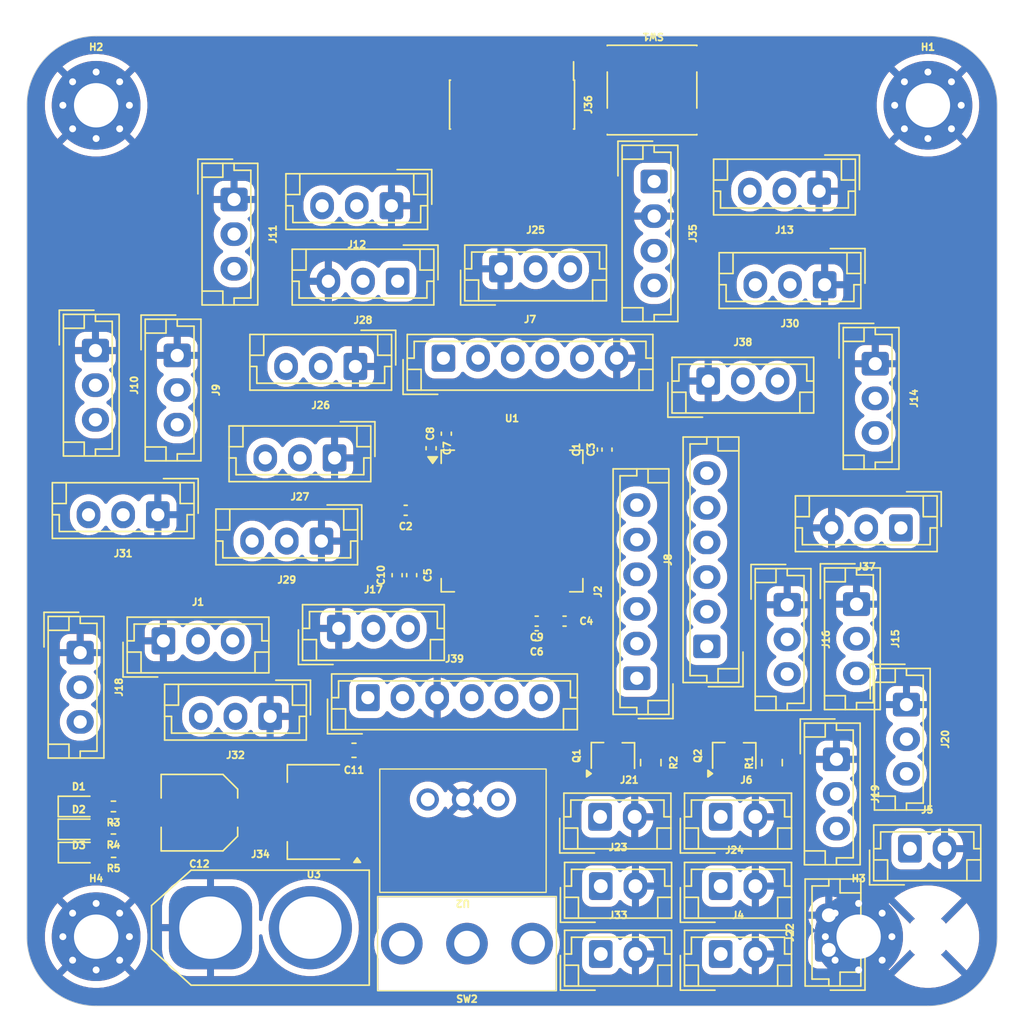
<source format=kicad_pcb>
(kicad_pcb (version 20241229) (generator "pcbnew") (generator_version "9.0")
  (layers (0 "F.Cu" signal) (4 "In1.Cu" signal) (6 "In2.Cu" signal) (2 "B.Cu" signal) (13 "F.Paste" user) (15 "B.Paste" user) (5 "F.SilkS" user "F.Silkscreen") (7 "B.SilkS" user "B.Silkscreen") (1 "F.Mask" user) (3 "B.Mask" user) (25 "Edge.Cuts" user))
  (net 0 "")
  (net 1 "+3.3V")
  (net 2 "SWDIO")
  (net 3 "UART_DEBUG_TX")
  (net 4 "NRST")
  (net 5 "SWCLK")
  (net 6 "GND")
  (net 7 "UART_DEBUG_RX")
  (net 8 "USART3_TX")
  (net 9 "USART3_RX")
  (net 10 "USART1_RX")
  (net 11 "USART1_TX")
  (net 12 "TIM1_CH1_PWM")
  (net 13 "TIM1_CH2_PWM")
  (net 14 "TIM1_CH3_PWM")
  (net 15 "TIM1_CH4_PWM")
  (net 16 "TIM2_CH1_PWM")
  (net 17 "TIM2_CH2_PWM")
  (net 18 "TIM2_CH3_PWM")
  (net 19 "TIM2_CH4_PWM")
  (net 20 "TIM3_CH1_PWM")
  (net 21 "TIM3_CH2_PWM")
  (net 22 "GPIO_WaterSensor_2")
  (net 23 "GPIO_WaterSensor_3")
  (net 24 "GPIO_WaterSensor_1")
  (net 25 "TIM4_CH4_PWM")
  (net 26 "TIM5_CH1_PWM")
  (net 27 "TIM5_CH2_PWM")
  (net 28 "GPIO_BTN_5")
  (net 29 "GPIO_BTN_2")
  (net 30 "GPIO_BTN_3")
  (net 31 "GPIO_BTN_6")
  (net 32 "GPIO_BTN_4")
  (net 33 "GPIO_BTN_1")
  (net 34 "TIM4_CH1_PWM")
  (net 35 "TIM4_CH2_PWM")
  (net 36 "GPIO_PH")
  (net 37 "TIM3_CH3_PWM")
  (net 38 "TIM3_CH4_PWM")
  (net 39 "TIM5_CH3_PWM")
  (net 40 "TIM5_CH4_PWM")
  (net 41 "GPIO_PUMP_2")
  (net 42 "GPIO_PUMP_1")
  (net 44 "Net-(Q1-B)")
  (net 45 "Net-(Q2-B)")
  (net 46 "Net-(D1-A)")
  (net 47 "Net-(D2-A)")
  (net 48 "Net-(D3-A)")
  (net 49 "SPI2_SCK")
  (net 50 "SPI2_MOSI")
  (net 52 "GPIO_RES")
  (net 53 "GPIO_D{slash}C")
  (net 54 "GPIO_SPI_CS_6")
  (net 55 "GPIO_SPI_CS_1")
  (net 56 "GPIO_SPI_CS_3")
  (net 57 "GPIO_SPI_CS_4")
  (net 58 "GPIO_SPI_CS_2")
  (net 59 "GPIO_SPI_CS_5")
  (net 60 "Net-(J34-Pin_2)")
  (net 68 "+5V")
  (net 69 "+12V")
  (footprint "Capacitor_SMD:C_0402_1005Metric" (layer "F.Cu") (at 156.65 93.55 90)
    (property "Reference" "C1" (at 0 -1.16 90) (layer "F.SilkS") (effects (font (size 0.5 0.5) (thickness 0.125))))
    (property "Value" "4u7")
    (pad "1" smd roundrect (at -0.48 0 90) (size 0.56 0.62) (layers "F.Cu" "F.Mask" "F.Paste") (net 1 "+3.3V"))
    (pad "2" smd roundrect (at 0.48 0 90) (size 0.56 0.62) (layers "F.Cu" "F.Mask" "F.Paste") (net 6 "GND"))
  )
  (footprint "Package_TO_SOT_SMD:TSOT-23" (layer "F.Cu") (at 166.8575 115.65 90)
    (property "Reference" "Q2" (at 0 -2.6 90) (layer "F.SilkS") (effects (font (size 0.5 0.5) (thickness 0.125))))
    (property "Value" "NPN")
    (pad "1" smd roundrect (at -1.31 -0.95 90) (size 1.22 0.65) (layers "F.Cu" "F.Mask" "F.Paste") (net 69 "+12V"))
    (pad "2" smd roundrect (at -1.31 0.95 90) (size 1.22 0.65) (layers "F.Cu" "F.Mask" "F.Paste") (net 45 "Net-(Q2-B)"))
    (pad "3" smd roundrect (at 1.31 0 90) (size 1.22 0.65) (layers "F.Cu" "F.Mask" "F.Paste") (net 6 "GND"))
  )
  (footprint "Connector_JST:JST_EH_B3B-EH-A_1x03_P2.50mm_Vertical" (layer "F.Cu") (at 142.15 75.95 180)
    (property "Reference" "J12" (at 2.5 -2.8 0) (layer "F.SilkS") (effects (font (size 0.5 0.5) (thickness 0.125))))
    (property "Value" "Conn_01x03")
    (pad "1" thru_hole roundrect (at 0 0 180) (size 1.7 1.95) (drill 0.95) (layers "*.Cu" "*.Mask") (roundrect_rratio 0.147059) (net 6 "GND"))
    (pad "2" thru_hole oval (at 2.5 0 180) (size 1.7 1.95) (drill 0.95) (layers "*.Cu" "*.Mask") (net 68 "+5V"))
    (pad "3" thru_hole oval (at 5 0 180) (size 1.7 1.95) (drill 0.95) (layers "*.Cu" "*.Mask") (net 14 "TIM1_CH3_PWM"))
  )
  (footprint "Resistor_SMD:R_0805_2012Metric" (layer "F.Cu") (at 169.6075 116.1375 90)
    (property "Reference" "R1" (at 0 -1.65 90) (layer "F.SilkS") (effects (font (size 0.5 0.5) (thickness 0.125))))
    (property "Value" "240")
    (pad "1" smd roundrect (at -0.9125 0 90) (size 1.025 1.4) (layers "F.Cu" "F.Mask" "F.Paste") (roundrect_rratio 0.243902) (net 41 "GPIO_PUMP_2"))
    (pad "2" smd roundrect (at 0.9125 0 90) (size 1.025 1.4) (layers "F.Cu" "F.Mask" "F.Paste") (roundrect_rratio 0.243902) (net 45 "Net-(Q2-B)"))
  )
  (footprint "Connector_JST:JST_EH_B2B-EH-A_1x02_P2.50mm_Vertical" (layer "F.Cu") (at 179.55 122.35)
    (property "Reference" "J5" (at 1.25 -2.8 0) (layer "F.SilkS") (effects (font (size 0.5 0.5) (thickness 0.125))))
    (property "Value" "Conn_01x02")
    (pad "1" thru_hole roundrect (at 0 0) (size 1.7 2) (drill 1) (layers "*.Cu" "*.Mask") (roundrect_rratio 0.147059) (net 69 "+12V"))
    (pad "2" thru_hole oval (at 2.5 0) (size 1.7 2) (drill 1) (layers "*.Cu" "*.Mask") (net 6 "GND"))
  )
  (footprint "Connector_JST:JST_EH_B3B-EH-A_1x03_P2.50mm_Vertical" (layer "F.Cu") (at 139.55 87.55 180)
    (property "Reference" "J26" (at 2.5 -2.8 0) (layer "F.SilkS") (effects (font (size 0.5 0.5) (thickness 0.125))))
    (property "Value" "Conn_01x03")
    (pad "1" thru_hole roundrect (at 0 0 180) (size 1.7 1.95) (drill 0.95) (layers "*.Cu" "*.Mask") (roundrect_rratio 0.147059) (net 6 "GND"))
    (pad "2" thru_hole oval (at 2.5 0 180) (size 1.7 1.95) (drill 0.95) (layers "*.Cu" "*.Mask") (net 1 "+3.3V"))
    (pad "3" thru_hole oval (at 5 0 180) (size 1.7 1.95) (drill 0.95) (layers "*.Cu" "*.Mask") (net 22 "GPIO_WaterSensor_2"))
  )
  (footprint "Package_TO_SOT_SMD:SOT-223-3_TabPin2" (layer "F.Cu") (at 136.55 119.7 180)
    (property "Reference" "U3" (at 0 -4.5 0) (layer "F.SilkS") (effects (font (size 0.5 0.5) (thickness 0.125))))
    (property "Value" "AZ1117-3.3")
    (pad "1" smd roundrect (at -3.15 -2.3 180) (size 2 1.5) (layers "F.Cu" "F.Mask" "F.Paste") (net 6 "GND"))
    (pad "2" smd roundrect (at -3.15 0 180) (size 2 1.5) (layers "F.Cu" "F.Mask" "F.Paste") (net 1 "+3.3V"))
    (pad "2" smd roundrect (at 3.15 0 180) (size 2 3.8) (layers "F.Cu" "F.Mask" "F.Paste") (net 1 "+3.3V"))
    (pad "3" smd roundrect (at -3.15 2.3 180) (size 2 1.5) (layers "F.Cu" "F.Mask" "F.Paste") (net 68 "+5V"))
  )
  (footprint "Connector_JST:JST_EH_B3B-EH-A_1x03_P2.50mm_Vertical" (layer "F.Cu") (at 178.9 99.2 180)
    (property "Reference" "J37" (at 2.5 -2.8 0) (layer "F.SilkS") (effects (font (size 0.5 0.5) (thickness 0.125))))
    (property "Value" "Conn_01x03")
    (pad "1" thru_hole roundrect (at 0 0 180) (size 1.7 1.95) (drill 0.95) (layers "*.Cu" "*.Mask") (roundrect_rratio 0.147059) (net 68 "+5V"))
    (pad "2" thru_hole oval (at 2.5 0 180) (size 1.7 1.95) (drill 0.95) (layers "*.Cu" "*.Mask") (net 34 "TIM4_CH1_PWM"))
    (pad "3" thru_hole oval (at 5 0 180) (size 1.7 1.95) (drill 0.95) (layers "*.Cu" "*.Mask") (net 6 "GND"))
  )
  (footprint "Capacitor_SMD:C_0603_1608Metric" (layer "F.Cu") (at 139.45 115.25 180)
    (property "Reference" "C11" (at 0 -1.43 0) (layer "F.SilkS") (effects (font (size 0.5 0.5) (thickness 0.125))))
    (property "Value" "10u")
    (pad "1" smd roundrect (at -0.775 0 180) (size 0.9 0.95) (layers "F.Cu" "F.Mask" "F.Paste") (net 68 "+5V"))
    (pad "2" smd roundrect (at 0.775 0 180) (size 0.9 0.95) (layers "F.Cu" "F.Mask" "F.Paste") (net 6 "GND"))
  )
  (footprint "Connector_JST:JST_EH_B3B-EH-A_1x03_P2.50mm_Vertical" (layer "F.Cu") (at 179.3 111.95 -90)
    (property "Reference" "J20" (at 2.5 -2.8 90) (layer "F.SilkS") (effects (font (size 0.5 0.5) (thickness 0.125))))
    (property "Value" "Conn_01x03")
    (pad "1" thru_hole roundrect (at 0 0 270) (size 1.7 1.95) (drill 0.95) (layers "*.Cu" "*.Mask") (roundrect_rratio 0.147059) (net 6 "GND"))
    (pad "2" thru_hole oval (at 2.5 0 270) (size 1.7 1.95) (drill 0.95) (layers "*.Cu" "*.Mask") (net 68 "+5V"))
    (pad "3" thru_hole oval (at 5 0 270) (size 1.7 1.95) (drill 0.95) (layers "*.Cu" "*.Mask") (net 38 "TIM3_CH4_PWM"))
  )
  (footprint "Connector_JST:JST_EH_B6B-EH-A_1x06_P2.50mm_Vertical" (layer "F.Cu") (at 159.85 110.05 90)
    (property "Reference" "J2" (at 6.25 -2.8 90) (layer "F.SilkS") (effects (font (size 0.5 0.5) (thickness 0.125))))
    (property "Value" "Conn_01x06")
    (pad "1" thru_hole roundrect (at 0 0 90) (size 1.7 1.95) (drill 0.95) (layers "*.Cu" "*.Mask") (roundrect_rratio 0.147059) (net 33 "GPIO_BTN_1"))
    (pad "2" thru_hole oval (at 2.5 0 90) (size 1.7 1.95) (drill 0.95) (layers "*.Cu" "*.Mask") (net 29 "GPIO_BTN_2"))
    (pad "3" thru_hole oval (at 5 0 90) (size 1.7 1.95) (drill 0.95) (layers "*.Cu" "*.Mask") (net 30 "GPIO_BTN_3"))
    (pad "4" thru_hole oval (at 7.5 0 90) (size 1.7 1.95) (drill 0.95) (layers "*.Cu" "*.Mask") (net 32 "GPIO_BTN_4"))
    (pad "5" thru_hole oval (at 10 0 90) (size 1.7 1.95) (drill 0.95) (layers "*.Cu" "*.Mask") (net 28 "GPIO_BTN_5"))
    (pad "6" thru_hole oval (at 12.5 0 90) (size 1.7 1.95) (drill 0.95) (layers "*.Cu" "*.Mask") (net 31 "GPIO_BTN_6"))
  )
  (footprint "Connector_JST:JST_EH_B3B-EH-A_1x03_P2.50mm_Vertical" (layer "F.Cu") (at 133.4 112.8 180)
    (property "Reference" "J32" (at 2.5 -2.8 0) (layer "F.SilkS") (effects (font (size 0.5 0.5) (thickness 0.125))))
    (property "Value" "Conn_01x03")
    (pad "1" thru_hole roundrect (at 0 0 180) (size 1.7 1.95) (drill 0.95) (layers "*.Cu" "*.Mask") (roundrect_rratio 0.147059) (net 6 "GND"))
    (pad "2" thru_hole oval (at 2.5 0 180) (size 1.7 1.95) (drill 0.95) (layers "*.Cu" "*.Mask") (net 68 "+5V"))
    (pad "3" thru_hole oval (at 5 0 180) (size 1.7 1.95) (drill 0.95) (layers "*.Cu" "*.Mask") (net 40 "TIM5_CH4_PWM"))
  )
  (footprint "LED_SMD:LED_0603_1608Metric" (layer "F.Cu") (at 119.6 120.95)
    (property "Reference" "D2" (at 0 -1.43 0) (layer "F.SilkS") (effects (font (size 0.5 0.5) (thickness 0.125))))
    (property "Value" "RED_LED")
    (pad "1" smd roundrect (at -0.7875 0) (size 0.875 0.95) (layers "F.Cu" "F.Mask" "F.Paste") (net 6 "GND"))
    (pad "2" smd roundrect (at 0.7875 0) (size 0.875 0.95) (layers "F.Cu" "F.Mask" "F.Paste") (net 47 "Net-(D2-A)"))
  )
  (footprint "Connector_JST:JST_EH_B3B-EH-A_1x03_P2.50mm_Vertical" (layer "F.Cu") (at 165 88.6)
    (property "Reference" "J38" (at 2.5 -2.8 0) (layer "F.SilkS") (effects (font (size 0.5 0.5) (thickness 0.125))))
    (property "Value" "Conn_01x03")
    (pad "1" thru_hole roundrect (at 0 0) (size 1.7 1.95) (drill 0.95) (layers "*.Cu" "*.Mask") (roundrect_rratio 0.147059) (net 6 "GND"))
    (pad "2" thru_hole oval (at 2.5 0) (size 1.7 1.95) (drill 0.95) (layers "*.Cu" "*.Mask") (net 68 "+5V"))
    (pad "3" thru_hole oval (at 5 0) (size 1.7 1.95) (drill 0.95) (layers "*.Cu" "*.Mask") (net 35 "TIM4_CH2_PWM"))
  )
  (footprint "Connector_JST:JST_EH_B3B-EH-A_1x03_P2.50mm_Vertical" (layer "F.Cu") (at 173.4 81.65 180)
    (property "Reference" "J30" (at 2.5 -2.8 0) (layer "F.SilkS") (effects (font (size 0.5 0.5) (thickness 0.125))))
    (property "Value" "Conn_01x03")
    (pad "1" thru_hole roundrect (at 0 0 180) (size 1.7 1.95) (drill 0.95) (layers "*.Cu" "*.Mask") (roundrect_rratio 0.147059) (net 6 "GND"))
    (pad "2" thru_hole oval (at 2.5 0 180) (size 1.7 1.95) (drill 0.95) (layers "*.Cu" "*.Mask") (net 68 "+5V"))
    (pad "3" thru_hole oval (at 5 0 180) (size 1.7 1.95) (drill 0.95) (layers "*.Cu" "*.Mask") (net 27 "TIM5_CH2_PWM"))
  )
  (footprint "MountingHole:MountingHole_3.2mm_M3_Pad_Via" (layer "F.Cu") (at 120.85 128.7)
    (property "Reference" "H4" (at 0 -4.2 0) (layer "F.SilkS") (effects (font (size 0.5 0.5) (thickness 0.125))))
    (property "Value" "MountingHole_Pad")
    (pad "1" thru_hole circle (at -2.4 0) (size 0.8 0.8) (drill 0.5) (layers "*.Cu" "*.Mask") (net 6 "GND"))
    (pad "1" thru_hole circle (at -1.697056 -1.697056) (size 0.8 0.8) (drill 0.5) (layers "*.Cu" "*.Mask") (net 6 "GND"))
    (pad "1" thru_hole circle (at -1.697056 1.697056) (size 0.8 0.8) (drill 0.5) (layers "*.Cu" "*.Mask") (net 6 "GND"))
    (pad "1" thru_hole circle (at 0 -2.4) (size 0.8 0.8) (drill 0.5) (layers "*.Cu" "*.Mask") (net 6 "GND"))
    (pad "1" thru_hole circle (at 0 0) (size 6.4 6.4) (drill 3.2) (layers "*.Cu" "*.Mask") (net 6 "GND"))
    (pad "1" thru_hole circle (at 0 2.4) (size 0.8 0.8) (drill 0.5) (layers "*.Cu" "*.Mask") (net 6 "GND"))
    (pad "1" thru_hole circle (at 1.697056 -1.697056) (size 0.8 0.8) (drill 0.5) (layers "*.Cu" "*.Mask") (net 6 "GND"))
    (pad "1" thru_hole circle (at 1.697056 1.697056) (size 0.8 0.8) (drill 0.5) (layers "*.Cu" "*.Mask") (net 6 "GND"))
    (pad "1" thru_hole circle (at 2.4 0) (size 0.8 0.8) (drill 0.5) (layers "*.Cu" "*.Mask") (net 6 "GND"))
  )
  (footprint "Connector_JST:JST_EH_B3B-EH-A_1x03_P2.50mm_Vertical" (layer "F.Cu") (at 125.3 98.25 180)
    (property "Reference" "J31" (at 2.5 -2.8 0) (layer "F.SilkS") (effects (font (size 0.5 0.5) (thickness 0.125))))
    (property "Value" "Conn_01x03")
    (pad "1" thru_hole roundrect (at 0 0 180) (size 1.7 1.95) (drill 0.95) (layers "*.Cu" "*.Mask") (roundrect_rratio 0.147059) (net 6 "GND"))
    (pad "2" thru_hole oval (at 2.5 0 180) (size 1.7 1.95) (drill 0.95) (layers "*.Cu" "*.Mask") (net 68 "+5V"))
    (pad "3" thru_hole oval (at 5 0 180) (size 1.7 1.95) (drill 0.95) (layers "*.Cu" "*.Mask") (net 39 "TIM5_CH3_PWM"))
  )
  (footprint "Connector_JST:JST_EH_B3B-EH-A_1x03_P2.50mm_Vertical" (layer "F.Cu") (at 120.8 86.4 -90)
    (property "Reference" "J10" (at 2.5 -2.8 90) (layer "F.SilkS") (effects (font (size 0.5 0.5) (thickness 0.125))))
    (property "Value" "Conn_01x03")
    (pad "1" thru_hole roundrect (at 0 0 270) (size 1.7 1.95) (drill 0.95) (layers "*.Cu" "*.Mask") (roundrect_rratio 0.147059) (net 6 "GND"))
    (pad "2" thru_hole oval (at 2.5 0 270) (size 1.7 1.95) (drill 0.95) (layers "*.Cu" "*.Mask") (net 68 "+5V"))
    (pad "3" thru_hole oval (at 5 0 270) (size 1.7 1.95) (drill 0.95) (layers "*.Cu" "*.Mask") (net 12 "TIM1_CH1_PWM"))
  )
  (footprint "Connector_JST:JST_EH_B3B-EH-A_1x03_P2.50mm_Vertical" (layer "F.Cu") (at 175.7 104.7 -90)
    (property "Reference" "J15" (at 2.5 -2.8 90) (layer "F.SilkS") (effects (font (size 0.5 0.5) (thickness 0.125))))
    (property "Value" "Conn_01x03")
    (pad "1" thru_hole roundrect (at 0 0 270) (size 1.7 1.95) (drill 0.95) (layers "*.Cu" "*.Mask") (roundrect_rratio 0.147059) (net 6 "GND"))
    (pad "2" thru_hole oval (at 2.5 0 270) (size 1.7 1.95) (drill 0.95) (layers "*.Cu" "*.Mask") (net 68 "+5V"))
    (pad "3" thru_hole oval (at 5 0 270) (size 1.7 1.95) (drill 0.95) (layers "*.Cu" "*.Mask") (net 18 "TIM2_CH3_PWM"))
  )
  (footprint "Connector_PinHeader_1.27mm:PinHeader_2x07_P1.27mm_Vertical_SMD" (layer "F.Cu") (at 150.85 68.65 -90)
    (property "Reference" "J36" (at 0 -5.505 90) (layer "F.SilkS") (effects (font (size 0.5 0.5) (thickness 0.125))))
    (property "Value" "Conn_ST_STDC14")
    (pad "1" smd rect (at -1.95 -3.81 270) (size 2.4 0.74) (layers "F.Cu" "F.Mask" "F.Paste"))
    (pad "2" smd rect (at 1.95 -3.81 270) (size 2.4 0.74) (layers "F.Cu" "F.Mask" "F.Paste"))
    (pad "3" smd rect (at -1.95 -2.54 270) (size 2.4 0.74) (layers "F.Cu" "F.Mask" "F.Paste") (net 1 "+3.3V"))
    (pad "4" smd rect (at 1.95 -2.54 270) (size 2.4 0.74) (layers "F.Cu" "F.Mask" "F.Paste") (net 2 "SWDIO"))
    (pad "5" smd rect (at -1.95 -1.27 270) (size 2.4 0.74) (layers "F.Cu" "F.Mask" "F.Paste") (net 6 "GND"))
    (pad "6" smd rect (at 1.95 -1.27 270) (size 2.4 0.74) (layers "F.Cu" "F.Mask" "F.Paste") (net 5 "SWCLK"))
    (pad "7" smd rect (at -1.95 0 270) (size 2.4 0.74) (layers "F.Cu" "F.Mask" "F.Paste") (net 6 "GND"))
    (pad "8" smd rect (at 1.95 0 270) (size 2.4 0.74) (layers "F.Cu" "F.Mask" "F.Paste"))
    (pad "9" smd rect (at -1.95 1.27 270) (size 2.4 0.74) (layers "F.Cu" "F.Mask" "F.Paste"))
    (pad "10" smd rect (at 1.95 1.27 270) (size 2.4 0.74) (layers "F.Cu" "F.Mask" "F.Paste"))
    (pad "11" smd rect (at -1.95 2.54 270) (size 2.4 0.74) (layers "F.Cu" "F.Mask" "F.Paste") (net 6 "GND"))
    (pad "12" smd rect (at 1.95 2.54 270) (size 2.4 0.74) (layers "F.Cu" "F.Mask" "F.Paste") (net 4 "NRST"))
    (pad "13" smd rect (at -1.95 3.81 270) (size 2.4 0.74) (layers "F.Cu" "F.Mask" "F.Paste") (net 7 "UART_DEBUG_RX"))
    (pad "14" smd rect (at 1.95 3.81 270) (size 2.4 0.74) (layers "F.Cu" "F.Mask" "F.Paste") (net 3 "UART_DEBUG_TX"))
  )
  (footprint "Connector_JST:JST_EH_B2B-EH-A_1x02_P2.50mm_Vertical" (layer "F.Cu") (at 157.2 120.05)
    (property "Reference" "J21" (at 2.1075 -2.66 0) (layer "F.SilkS") (effects (font (size 0.5 0.5) (thickness 0.125))))
    (property "Value" "Conn_01x02")
    (pad "1" thru_hole roundrect (at 0 0) (size 1.7 2) (drill 1) (layers "*.Cu" "*.Mask") (roundrect_rratio 0.147059) (net 69 "+12V"))
    (pad "2" thru_hole oval (at 2.5 0) (size 1.7 2) (drill 1) (layers "*.Cu" "*.Mask") (net 6 "GND"))
  )
  (footprint "Capacitor_SMD:C_0402_1005Metric" (layer "F.Cu") (at 154.64 105.93 180)
    (property "Reference" "C4" (at -1.57 0 0) (layer "F.SilkS") (effects (font (size 0.5 0.5) (thickness 0.125))))
    (property "Value" "100n")
    (pad "1" smd roundrect (at -0.48 0 180) (size 0.56 0.62) (layers "F.Cu" "F.Mask" "F.Paste") (net 1 "+3.3V"))
    (pad "2" smd roundrect (at 0.48 0 180) (size 0.56 0.62) (layers "F.Cu" "F.Mask" "F.Paste") (net 6 "GND"))
  )
  (footprint "Connector_JST:JST_EH_B3B-EH-A_1x03_P2.50mm_Vertical" (layer "F.Cu") (at 177.05 87.35 -90)
    (property "Reference" "J14" (at 2.5 -2.8 90) (layer "F.SilkS") (effects (font (size 0.5 0.5) (thickness 0.125))))
    (property "Value" "Conn_01x03")
    (pad "1" thru_hole roundrect (at 0 0 270) (size 1.7 1.95) (drill 0.95) (layers "*.Cu" "*.Mask") (roundrect_rratio 0.147059) (net 6 "GND"))
    (pad "2" thru_hole oval (at 2.5 0 270) (size 1.7 1.95) (drill 0.95) (layers "*.Cu" "*.Mask") (net 68 "+5V"))
    (pad "3" thru_hole oval (at 5 0 270) (size 1.7 1.95) (drill 0.95) (layers "*.Cu" "*.Mask") (net 17 "TIM2_CH2_PWM"))
  )
  (footprint "Connector_JST:JST_EH_B3B-EH-A_1x03_P2.50mm_Vertical" (layer "F.Cu") (at 119.7 108.2 -90)
    (property "Reference" "J18" (at 2.5 -2.8 90) (layer "F.SilkS") (effects (font (size 0.5 0.5) (thickness 0.125))))
    (property "Value" "Conn_01x03")
    (pad "1" thru_hole roundrect (at 0 0 270) (size 1.7 1.95) (drill 0.95) (layers "*.Cu" "*.Mask") (roundrect_rratio 0.147059) (net 6 "GND"))
    (pad "2" thru_hole oval (at 2.5 0 270) (size 1.7 1.95) (drill 0.95) (layers "*.Cu" "*.Mask") (net 68 "+5V"))
    (pad "3" thru_hole oval (at 5 0 270) (size 1.7 1.95) (drill 0.95) (layers "*.Cu" "*.Mask") (net 21 "TIM3_CH2_PWM"))
  )
  (footprint "Connector_JST:JST_EH_B3B-EH-A_1x03_P2.50mm_Vertical" (layer "F.Cu") (at 137.1 100.15 180)
    (property "Reference" "J29" (at 2.5 -2.8 0) (layer "F.SilkS") (effects (font (size 0.5 0.5) (thickness 0.125))))
    (property "Value" "Conn_01x03")
    (pad "1" thru_hole roundrect (at 0 0 180) (size 1.7 1.95) (drill 0.95) (layers "*.Cu" "*.Mask") (roundrect_rratio 0.147059) (net 6 "GND"))
    (pad "2" thru_hole oval (at 2.5 0 180) (size 1.7 1.95) (drill 0.95) (layers "*.Cu" "*.Mask") (net 68 "+5V"))
    (pad "3" thru_hole oval (at 5 0 180) (size 1.7 1.95) (drill 0.95) (layers "*.Cu" "*.Mask") (net 26 "TIM5_CH1_PWM"))
  )
  (footprint "Connector_JST:JST_EH_B2B-EH-A_1x02_P2.50mm_Vertical" (layer "F.Cu") (at 157.25 125.05)
    (property "Reference" "J23" (at 1.25 -2.8 0) (layer "F.SilkS") (effects (font (size 0.5 0.5) (thickness 0.125))))
    (property "Value" "Conn_01x02")
    (pad "1" thru_hole roundrect (at 0 0) (size 1.7 2) (drill 1) (layers "*.Cu" "*.Mask") (roundrect_rratio 0.147059) (net 69 "+12V"))
    (pad "2" thru_hole oval (at 2.5 0) (size 1.7 2) (drill 1) (layers "*.Cu" "*.Mask") (net 6 "GND"))
  )
  (footprint "Capacitor_SMD:C_0402_1005Metric" (layer "F.Cu") (at 146.11 92.4 90)
    (property "Reference" "C8" (at 0 -1.16 90) (layer "F.SilkS") (effects (font (size 0.5 0.5) (thickness 0.125))))
    (property "Value" "100n")
    (pad "1" smd roundrect (at -0.48 0 90) (size 0.56 0.62) (layers "F.Cu" "F.Mask" "F.Paste") (net 1 "+3.3V"))
    (pad "2" smd roundrect (at 0.48 0 90) (size 0.56 0.62) (layers "F.Cu" "F.Mask" "F.Paste") (net 6 "GND"))
  )
  (footprint "Capacitor_SMD:C_0402_1005Metric" (layer "F.Cu") (at 152.63 106.98 180)
    (property "Reference" "C6" (at 0 -1.16 0) (layer "F.SilkS") (effects (font (size 0.5 0.5) (thickness 0.125))))
    (property "Value" "100n")
    (pad "1" smd roundrect (at -0.48 0 180) (size 0.56 0.62) (layers "F.Cu" "F.Mask" "F.Paste") (net 1 "+3.3V"))
    (pad "2" smd roundrect (at 0.48 0 180) (size 0.56 0.62) (layers "F.Cu" "F.Mask" "F.Paste") (net 6 "GND"))
  )
  (footprint "Resistor_SMD:R_0402_1005Metric" (layer "F.Cu") (at 122.0975 119.3 180)
    (property "Reference" "R3" (at 0 -1.17 0) (layer "F.SilkS") (effects (font (size 0.5 0.5) (thickness 0.125))))
    (property "Value" "5k1")
    (pad "1" smd roundrect (at -0.51 0 180) (size 0.54 0.64) (layers "F.Cu" "F.Mask" "F.Paste") (net 69 "+12V"))
    (pad "2" smd roundrect (at 0.51 0 180) (size 0.54 0.64) (layers "F.Cu" "F.Mask" "F.Paste") (net 46 "Net-(D1-A)"))
  )
  (footprint "Connector_JST:JST_EH_B2B-EH-A_1x02_P2.50mm_Vertical" (layer "F.Cu") (at 165.9 120.05)
    (property "Reference" "J6" (at 1.8575 -2.66 0) (layer "F.SilkS") (effects (font (size 0.5 0.5) (thickness 0.125))))
    (property "Value" "Conn_01x02")
    (pad "1" thru_hole roundrect (at 0 0) (size 1.7 2) (drill 1) (layers "*.Cu" "*.Mask") (roundrect_rratio 0.147059) (net 69 "+12V"))
    (pad "2" thru_hole oval (at 2.5 0) (size 1.7 2) (drill 1) (layers "*.Cu" "*.Mask") (net 6 "GND"))
  )
  (footprint "MountingHole:MountingHole_3.2mm_M3_Pad_Via" (layer "F.Cu") (at 120.85 68.7)
    (property "Reference" "H2" (at 0 -4.2 0) (layer "F.SilkS") (effects (font (size 0.5 0.5) (thickness 0.125))))
    (property "Value" "MountingHole_Pad")
    (pad "1" thru_hole circle (at -2.4 0) (size 0.8 0.8) (drill 0.5) (layers "*.Cu" "*.Mask") (net 6 "GND"))
    (pad "1" thru_hole circle (at -1.697056 -1.697056) (size 0.8 0.8) (drill 0.5) (layers "*.Cu" "*.Mask") (net 6 "GND"))
    (pad "1" thru_hole circle (at -1.697056 1.697056) (size 0.8 0.8) (drill 0.5) (layers "*.Cu" "*.Mask") (net 6 "GND"))
    (pad "1" thru_hole circle (at 0 -2.4) (size 0.8 0.8) (drill 0.5) (layers "*.Cu" "*.Mask") (net 6 "GND"))
    (pad "1" thru_hole circle (at 0 0) (size 6.4 6.4) (drill 3.2) (layers "*.Cu" "*.Mask") (net 6 "GND"))
    (pad "1" thru_hole circle (at 0 2.4) (size 0.8 0.8) (drill 0.5) (layers "*.Cu" "*.Mask") (net 6 "GND"))
    (pad "1" thru_hole circle (at 1.697056 -1.697056) (size 0.8 0.8) (drill 0.5) (layers "*.Cu" "*.Mask") (net 6 "GND"))
    (pad "1" thru_hole circle (at 1.697056 1.697056) (size 0.8 0.8) (drill 0.5) (layers "*.Cu" "*.Mask") (net 6 "GND"))
    (pad "1" thru_hole circle (at 2.4 0) (size 0.8 0.8) (drill 0.5) (layers "*.Cu" "*.Mask") (net 6 "GND"))
  )
  (footprint "Resistor_SMD:R_0402_1005Metric" (layer "F.Cu") (at 122.0975 120.91 180)
    (property "Reference" "R4" (at 0 -1.17 0) (layer "F.SilkS") (effects (font (size 0.5 0.5) (thickness 0.125))))
    (property "Value" "1k6")
    (pad "1" smd roundrect (at -0.51 0 180) (size 0.54 0.64) (layers "F.Cu" "F.Mask" "F.Paste") (net 68 "+5V"))
    (pad "2" smd roundrect (at 0.51 0 180) (size 0.54 0.64) (layers "F.Cu" "F.Mask" "F.Paste") (net 47 "Net-(D2-A)"))
  )
  (footprint "Connector_JST:JST_EH_B2B-EH-A_1x02_P2.50mm_Vertical" (layer "F.Cu") (at 157.25 129.95)
    (property "Reference" "J33" (at 1.25 -2.8 0) (layer "F.SilkS") (effects (font (size 0.5 0.5) (thickness 0.125))))
    (property "Value" "Conn_01x02")
    (pad "1" thru_hole roundrect (at 0 0) (size 1.7 2) (drill 1) (layers "*.Cu" "*.Mask") (roundrect_rratio 0.147059) (net 69 "+12V"))
    (pad "2" thru_hole oval (at 2.5 0) (size 1.7 2) (drill 1) (layers "*.Cu" "*.Mask") (net 6 "GND"))
  )
  (footprint "LED_SMD:LED_0603_1608Metric" (layer "F.Cu") (at 119.6 119.3)
    (property "Reference" "D1" (at 0 -1.43 0) (layer "F.SilkS") (effects (font (size 0.5 0.5) (thickness 0.125))))
    (property "Value" "RED_LED")
    (pad "1" smd roundrect (at -0.7875 0) (size 0.875 0.95) (layers "F.Cu" "F.Mask" "F.Paste") (net 6 "GND"))
    (pad "2" smd roundrect (at 0.7875 0) (size 0.875 0.95) (layers "F.Cu" "F.Mask" "F.Paste") (net 46 "Net-(D1-A)"))
  )
  (footprint "mylib:SW_Push_1P1T_NO_6x6mm_H9.5mm" (layer "F.Cu") (at 160.95 67.65 180)
    (property "Reference" "SW1" (at -0.075 3.9 180) (layer "F.SilkS") (effects (font (size 0.5 0.5) (thickness 0.125))))
    (property "Value" "SW_SPST")
    (pad "1" smd rect (at -3.975 -2.2 180) (size 1.55 1.3) (layers "F.Cu" "F.Mask" "F.Paste") (net 4 "NRST"))
    (pad "1" smd rect (at 3.975 -2.2 180) (size 1.55 1.3) (layers "F.Cu" "F.Mask" "F.Paste") (net 4 "NRST"))
    (pad "2" smd rect (at -3.975 2.3 180) (size 1.55 1.3) (layers "F.Cu" "F.Mask" "F.Paste") (net 6 "GND"))
    (pad "2" smd rect (at 3.975 2.3 180) (size 1.55 1.3) (layers "F.Cu" "F.Mask" "F.Paste") (net 6 "GND"))
  )
  (footprint "mylib:472123010111" (layer "F.Cu") (at 147.6 129.2 180)
    (property "Reference" "SW2" (at 0 -4 0) (layer "F.SilkS") (effects (font (size 0.5 0.5) (thickness 0.125))))
    (property "Value" "SW_SPDT")
    (pad "1" thru_hole circle (at -4.7 0 180) (size 3 3) (drill 1.85) (layers "*.Cu" "*.Mask") (net 69 "+12V"))
    (pad "2" thru_hole circle (at 0 0 180) (size 3 3) (drill 1.85) (layers "*.Cu" "*.Mask") (net 60 "Net-(J34-Pin_2)"))
    (pad "3" thru_hole circle (at 4.7 0 180) (size 3 3) (drill 1.85) (layers "*.Cu" "*.Mask"))
  )
  (footprint "Connector_JST:JST_EH_B3B-EH-A_1x03_P2.50mm_Vertical" (layer "F.Cu") (at 170.7 104.75 -90)
    (property "Reference" "J16" (at 2.5 -2.8 90) (layer "F.SilkS") (effects (font (size 0.5 0.5) (thickness 0.125))))
    (property "Value" "Conn_01x03")
    (pad "1" thru_hole roundrect (at 0 0 270) (size 1.7 1.95) (drill 0.95) (layers "*.Cu" "*.Mask") (roundrect_rratio 0.147059) (net 6 "GND"))
    (pad "2" thru_hole oval (at 2.5 0 270) (size 1.7 1.95) (drill 0.95) (layers "*.Cu" "*.Mask") (net 68 "+5V"))
    (pad "3" thru_hole oval (at 5 0 270) (size 1.7 1.95) (drill 0.95) (layers "*.Cu" "*.Mask") (net 19 "TIM2_CH4_PWM"))
  )
  (footprint "Connector_JST:JST_EH_B3B-EH-A_1x03_P2.50mm_Vertical" (layer "F.Cu") (at 130.8 75.5 -90)
    (property "Reference" "J11" (at 2.5 -2.8 90) (layer "F.SilkS") (effects (font (size 0.5 0.5) (thickness 0.125))))
    (property "Value" "Conn_01x03")
    (pad "1" thru_hole roundrect (at 0 0 270) (size 1.7 1.95) (drill 0.95) (layers "*.Cu" "*.Mask") (roundrect_rratio 0.147059) (net 6 "GND"))
    (pad "2" thru_hole oval (at 2.5 0 270) (size 1.7 1.95) (drill 0.95) (layers "*.Cu" "*.Mask") (net 68 "+5V"))
    (pad "3" thru_hole oval (at 5 0 270) (size 1.7 1.95) (drill 0.95) (layers "*.Cu" "*.Mask") (net 13 "TIM1_CH2_PWM"))
  )
  (footprint "Connector_JST:JST_EH_B3B-EH-A_1x03_P2.50mm_Vertical" (layer "F.Cu") (at 174.25 115.9 -90)
    (property "Reference" "J19" (at 2.5 -2.8 90) (layer "F.SilkS") (effects (font (size 0.5 0.5) (thickness 0.125))))
    (property "Value" "Conn_01x03")
    (pad "1" thru_hole roundrect (at 0 0 270) (size 1.7 1.95) (drill 0.95) (layers "*.Cu" "*.Mask") (roundrect_rratio 0.147059) (net 6 "GND"))
    (pad "2" thru_hole oval (at 2.5 0 270) (size 1.7 1.95) (drill 0.95) (layers "*.Cu" "*.Mask") (net 68 "+5V"))
    (pad "3" thru_hole oval (at 5 0 270) (size 1.7 1.95) (drill 0.95) (layers "*.Cu" "*.Mask") (net 37 "TIM3_CH3_PWM"))
  )
  (footprint "Connector_JST:JST_EH_B6B-EH-A_1x06_P2.50mm_Vertical" (layer "F.Cu") (at 140.45 111.45)
    (property "Reference" "J39" (at 6.25 -2.8 0) (layer "F.SilkS") (effects (font (size 0.5 0.5) (thickness 0.125))))
    (property "Value" "Conn_01x06")
    (pad "1" thru_hole roundrect (at 0 0) (size 1.7 1.95) (drill 0.95) (layers "*.Cu" "*.Mask") (roundrect_rratio 0.147059))
    (pad "2" thru_hole oval (at 2.5 0) (size 1.7 1.95) (drill 0.95) (layers "*.Cu" "*.Mask") (net 68 "+5V"))
    (pad "3" thru_hole oval (at 5 0) (size 1.7 1.95) (drill 0.95) (layers "*.Cu" "*.Mask") (net 6 "GND"))
    (pad "4" thru_hole oval (at 7.5 0) (size 1.7 1.95) (drill 0.95) (layers "*.Cu" "*.Mask") (net 11 "USART1_TX"))
    (pad "5" thru_hole oval (at 10 0) (size 1.7 1.95) (drill 0.95) (layers "*.Cu" "*.Mask") (net 10 "USART1_RX"))
    (pad "6" thru_hole oval (at 12.5 0) (size 1.7 1.95) (drill 0.95) (layers "*.Cu" "*.Mask"))
  )
  (footprint "Capacitor_SMD:C_0402_1005Metric" (layer "F.Cu") (at 142.56 102.61 90)
    (property "Reference" "C10" (at 0 -1.16 90) (layer "F.SilkS") (effects (font (size 0.5 0.5) (thickness 0.125))))
    (property "Value" "1u")
    (pad "1" smd roundrect (at -0.48 0 90) (size 0.56 0.62) (layers "F.Cu" "F.Mask" "F.Paste") (net 1 "+3.3V"))
    (pad "2" smd roundrect (at 0.48 0 90) (size 0.56 0.62) (layers "F.Cu" "F.Mask" "F.Paste") (net 6 "GND"))
  )
  (footprint "Connector_JST:JST_EH_B6B-EH-A_1x06_P2.50mm_Vertical" (layer "F.Cu") (at 145.9 86.95)
    (property "Reference" "J7" (at 6.25 -2.8 0) (layer "F.SilkS") (effects (font (size 0.5 0.5) (thickness 0.125))))
    (property "Value" "Conn_01x06")
    (pad "1" thru_hole roundrect (at 0 0) (size 1.7 1.95) (drill 0.95) (layers "*.Cu" "*.Mask") (roundrect_rratio 0.147059) (net 53 "GPIO_D{slash}C"))
    (pad "2" thru_hole oval (at 2.5 0) (size 1.7 1.95) (drill 0.95) (layers "*.Cu" "*.Mask") (net 52 "GPIO_RES"))
    (pad "3" thru_hole oval (at 5 0) (size 1.7 1.95) (drill 0.95) (layers "*.Cu" "*.Mask") (net 50 "SPI2_MOSI"))
    (pad "4" thru_hole oval (at 7.5 0) (size 1.7 1.95) (drill 0.95) (layers "*.Cu" "*.Mask") (net 49 "SPI2_SCK"))
    (pad "5" thru_hole oval (at 10 0) (size 1.7 1.95) (drill 0.95) (layers "*.Cu" "*.Mask") (net 1 "+3.3V"))
    (pad "6" thru_hole oval (at 12.5 0) (size 1.7 1.95) (drill 0.95) (layers "*.Cu" "*.Mask") (net 6 "GND"))
  )
  (footprint "Resistor_SMD:R_0805_2012Metric" (layer "F.Cu") (at 160.8575 116.1375 -90)
    (property "Reference" "R2" (at 0 -1.65 90) (layer "F.SilkS") (effects (font (size 0.5 0.5) (thickness 0.125))))
    (property "Value" "240")
    (pad "1" smd roundrect (at -0.9125 0 270) (size 1.025 1.4) (layers "F.Cu" "F.Mask" "F.Paste") (roundrect_rratio 0.243902) (net 42 "GPIO_PUMP_1"))
    (pad "2" smd roundrect (at 0.9125 0 270) (size 1.025 1.4) (layers "F.Cu" "F.Mask" "F.Paste") (roundrect_rratio 0.243902) (net 44 "Net-(Q1-B)"))
  )
  (footprint "Connector_JST:JST_EH_B4B-EH-A_1x04_P2.50mm_Vertical" (layer "F.Cu") (at 161.1 74.2 -90)
    (property "Reference" "J35" (at 3.75 -2.8 90) (layer "F.SilkS") (effects (font (size 0.5 0.5) (thickness 0.125))))
    (property "Value" "Conn_01x04")
    (pad "1" thru_hole roundrect (at 0 0 270) (size 1.7 1.95) (drill 0.95) (layers "*.Cu" "*.Mask") (roundrect_rratio 0.147059) (net 68 "+5V"))
    (pad "2" thru_hole oval (at 2.5 0 270) (size 1.7 1.95) (drill 0.95) (layers "*.Cu" "*.Mask") (net 6 "GND"))
    (pad "3" thru_hole oval (at 5 0 270) (size 1.7 1.95) (drill 0.95) (layers "*.Cu" "*.Mask") (net 8 "USART3_TX"))
    (pad "4" thru_hole oval (at 7.5 0 270) (size 1.7 1.95) (drill 0.95) (layers "*.Cu" "*.Mask") (net 9 "USART3_RX"))
  )
  (footprint "Connector_JST:JST_EH_B3B-EH-A_1x03_P2.50mm_Vertical" (layer "F.Cu") (at 150.05 80.5)
    (property "Reference" "J25" (at 2.5 -2.8 0) (layer "F.SilkS") (effects (font (size 0.5 0.5) (thickness 0.125))))
    (property "Value" "Conn_01x03")
    (pad "1" thru_hole roundrect (at 0 0) (size 1.7 1.95) (drill 0.95) (layers "*.Cu" "*.Mask") (roundrect_rratio 0.147059) (net 6 "GND"))
    (pad "2" thru_hole oval (at 2.5 0) (size 1.7 1.95) (drill 0.95) (layers "*.Cu" "*.Mask") (net 1 "+3.3V"))
    (pad "3" thru_hole oval (at 5 0) (size 1.7 1.95) (drill 0.95) (layers "*.Cu" "*.Mask") (net 24 "GPIO_WaterSensor_1"))
  )
  (footprint "MountingHole:MountingHole_3.2mm_M3_Pad_Via" (layer "F.Cu") (at 180.85 68.7)
    (property "Reference" "H1" (at 0 -4.2 0) (layer "F.SilkS") (effects (font (size 0.5 0.5) (thickness 0.125))))
    (property "Value" "MountingHole_Pad")
    (pad "1" thru_hole circle (at -2.4 0) (size 0.8 0.8) (drill 0.5) (layers "*.Cu" "*.Mask") (net 6 "GND"))
    (pad "1" thru_hole circle (at -1.697056 -1.697056) (size 0.8 0.8) (drill 0.5) (layers "*.Cu" "*.Mask") (net 6 "GND"))
    (pad "1" thru_hole circle (at -1.697056 1.697056) (size 0.8 0.8) (drill 0.5) (layers "*.Cu" "*.Mask") (net 6 "GND"))
    (pad "1" thru_hole circle (at 0 -2.4) (size 0.8 0.8) (drill 0.5) (layers "*.Cu" "*.Mask") (net 6 "GND"))
    (pad "1" thru_hole circle (at 0 0) (size 6.4 6.4) (drill 3.2) (layers "*.Cu" "*.Mask") (net 6 "GND"))
    (pad "1" thru_hole circle (at 0 2.4) (size 0.8 0.8) (drill 0.5) (layers "*.Cu" "*.Mask") (net 6 "GND"))
    (pad "1" thru_hole circle (at 1.697056 -1.697056) (size 0.8 0.8) (drill 0.5) (layers "*.Cu" "*.Mask") (net 6 "GND"))
    (pad "1" thru_hole circle (at 1.697056 1.697056) (size 0.8 0.8) (drill 0.5) (layers "*.Cu" "*.Mask") (net 6 "GND"))
    (pad "1" thru_hole circle (at 2.4 0) (size 0.8 0.8) (drill 0.5) (layers "*.Cu" "*.Mask") (net 6 "GND"))
  )
  (footprint "Connector_AMASS:AMASS_XT60-M_1x02_P7.20mm_Vertical" (layer "F.Cu") (at 129.1 128.05)
    (property "Reference" "J34" (at 3.6 -5.3 180) (layer "F.SilkS") (effects (font (size 0.5 0.5) (thickness 0.125))))
    (property "Value" "Conn_01x02")
    (pad "1" thru_hole roundrect (at 0 0) (size 6 6) (drill 4.5) (layers "*.Cu" "*.Mask") (net 6 "GND"))
    (pad "2" thru_hole circle (at 7.2 0) (size 6 6) (drill 4.5) (layers "*.Cu" "*.Mask") (net 60 "Net-(J34-Pin_2)"))
  )
  (footprint "Package_TO_SOT_SMD:TSOT-23" (layer "F.Cu") (at 158.1075 115.65 90)
    (property "Reference" "Q1" (at 0 -2.6 90) (layer "F.SilkS") (effects (font (size 0.5 0.5) (thickness 0.125))))
    (property "Value" "NPN")
    (pad "1" smd roundrect (at -1.31 -0.95 90) (size 1.22 0.65) (layers "F.Cu" "F.Mask" "F.Paste") (net 69 "+12V"))
    (pad "2" smd roundrect (at -1.31 0.95 90) (size 1.22 0.65) (layers "F.Cu" "F.Mask" "F.Paste") (net 44 "Net-(Q1-B)"))
    (pad "3" smd roundrect (at 1.31 0 90) (size 1.22 0.65) (layers "F.Cu" "F.Mask" "F.Paste") (net 6 "GND"))
  )
  (footprint "Connector_JST:JST_EH_B3B-EH-A_1x03_P2.50mm_Vertical" (layer "F.Cu") (at 142.6 81.4 180)
    (property "Reference" "J28" (at 2.5 -2.8 0) (layer "F.SilkS") (effects (font (size 0.5 0.5) (thickness 0.125))))
    (property "Value" "Conn_01x03")
    (pad "1" thru_hole roundrect (at 0 0 180) (size 1.7 1.95) (drill 0.95) (layers "*.Cu" "*.Mask") (roundrect_rratio 0.147059) (net 68 "+5V"))
    (pad "2" thru_hole oval (at 2.5 0 180) (size 1.7 1.95) (drill 0.95) (layers "*.Cu" "*.Mask") (net 25 "TIM4_CH4_PWM"))
    (pad "3" thru_hole oval (at 5 0 180) (size 1.7 1.95) (drill 0.95) (layers "*.Cu" "*.Mask") (net 6 "GND"))
  )
  (footprint "Capacitor_SMD:C_0402_1005Metric" (layer "F.Cu") (at 152.63 105.93 180)
    (property "Reference" "C9" (at 0 -1.16 0) (layer "F.SilkS") (effects (font (size 0.5 0.5) (thickness 0.125))))
    (property "Value" "10n")
    (pad "1" smd roundrect (at -0.48 0 180) (size 0.56 0.62) (layers "F.Cu" "F.Mask" "F.Paste") (net 1 "+3.3V"))
    (pad "2" smd roundrect (at 0.48 0 180) (size 0.56 0.62) (layers "F.Cu" "F.Mask" "F.Paste") (net 6 "GND"))
  )
  (footprint "Package_QFP:LQFP-64_10x10mm_P0.5mm" (layer "F.Cu") (at 150.85 98.7)
    (property "Reference" "U1" (at 0 -7.4 0) (layer "F.SilkS") (effects (font (size 0.5 0.5) (thickness 0.125))))
    (property "Value" "STM32G474RETx")
    (pad "1" smd roundrect (at -5.675 -3.75) (size 1.55 0.3) (layers "F.Cu" "F.Mask" "F.Paste") (net 1 "+3.3V"))
    (pad "2" smd roundrect (at -5.675 -3.25) (size 1.55 0.3) (layers "F.Cu" "F.Mask" "F.Paste") (net 36 "GPIO_PH"))
    (pad "3" smd roundrect (at -5.675 -2.75) (size 1.55 0.3) (layers "F.Cu" "F.Mask" "F.Paste") (net 53 "GPIO_D{slash}C"))
    (pad "4" smd roundrect (at -5.675 -2.25) (size 1.55 0.3) (layers "F.Cu" "F.Mask" "F.Paste") (net 52 "GPIO_RES"))
    (pad "5" smd roundrect (at -5.675 -1.75) (size 1.55 0.3) (layers "F.Cu" "F.Mask" "F.Paste"))
    (pad "6" smd roundrect (at -5.675 -1.25) (size 1.55 0.3) (layers "F.Cu" "F.Mask" "F.Paste") (net 54 "GPIO_SPI_CS_6"))
    (pad "7" smd roundrect (at -5.675 -0.75) (size 1.55 0.3) (layers "F.Cu" "F.Mask" "F.Paste") (net 4 "NRST"))
    (pad "8" smd roundrect (at -5.675 -0.25) (size 1.55 0.3) (layers "F.Cu" "F.Mask" "F.Paste") (net 12 "TIM1_CH1_PWM"))
    (pad "9" smd roundrect (at -5.675 0.25) (size 1.55 0.3) (layers "F.Cu" "F.Mask" "F.Paste") (net 13 "TIM1_CH2_PWM"))
    (pad "10" smd roundrect (at -5.675 0.75) (size 1.55 0.3) (layers "F.Cu" "F.Mask" "F.Paste") (net 14 "TIM1_CH3_PWM"))
    (pad "11" smd roundrect (at -5.675 1.25) (size 1.55 0.3) (layers "F.Cu" "F.Mask" "F.Paste") (net 15 "TIM1_CH4_PWM"))
    (pad "12" smd roundrect (at -5.675 1.75) (size 1.55 0.3) (layers "F.Cu" "F.Mask" "F.Paste") (net 26 "TIM5_CH1_PWM"))
    (pad "13" smd roundrect (at -5.675 2.25) (size 1.55 0.3) (layers "F.Cu" "F.Mask" "F.Paste") (net 17 "TIM2_CH2_PWM"))
    (pad "14" smd roundrect (at -5.675 2.75) (size 1.55 0.3) (layers "F.Cu" "F.Mask" "F.Paste") (net 39 "TIM5_CH3_PWM"))
    (pad "15" smd roundrect (at -5.675 3.25) (size 1.55 0.3) (layers "F.Cu" "F.Mask" "F.Paste") (net 6 "GND"))
    (pad "16" smd roundrect (at -5.675 3.75) (size 1.55 0.3) (layers "F.Cu" "F.Mask" "F.Paste") (net 1 "+3.3V"))
    (pad "17" smd roundrect (at -3.75 5.675) (size 0.3 1.55) (layers "F.Cu" "F.Mask" "F.Paste") (net 40 "TIM5_CH4_PWM"))
    (pad "18" smd roundrect (at -3.25 5.675) (size 0.3 1.55) (layers "F.Cu" "F.Mask" "F.Paste") (net 21 "TIM3_CH2_PWM"))
    (pad "19" smd roundrect (at -2.75 5.675) (size 0.3 1.55) (layers "F.Cu" "F.Mask" "F.Paste") (net 16 "TIM2_CH1_PWM"))
    (pad "20" smd roundrect (at -2.25 5.675) (size 0.3 1.55) (layers "F.Cu" "F.Mask" "F.Paste") (net 20 "TIM3_CH1_PWM"))
    (pad "21" smd roundrect (at -1.75 5.675) (size 0.3 1.55) (layers "F.Cu" "F.Mask" "F.Paste") (net 42 "GPIO_PUMP_1"))
    (pad "22" smd roundrect (at -1.25 5.675) (size 0.3 1.55) (layers "F.Cu" "F.Mask" "F.Paste") (net 11 "USART1_TX"))
    (pad "23" smd roundrect (at -0.75 5.675) (size 0.3 1.55) (layers "F.Cu" "F.Mask" "F.Paste") (net 10 "USART1_RX"))
    (pad "24" smd roundrect (at -0.25 5.675) (size 0.3 1.55) (layers "F.Cu" "F.Mask" "F.Paste") (net 37 "TIM3_CH3_PWM"))
    (pad "25" smd roundrect (at 0.25 5.675) (size 0.3 1.55) (layers "F.Cu" "F.Mask" "F.Paste") (net 38 "TIM3_CH4_PWM"))
    (pad "26" smd roundrect (at 0.75 5.675) (size 0.3 1.55) (layers "F.Cu" "F.Mask" "F.Paste") (net 41 "GPIO_PUMP_2"))
    (pad "27" smd roundrect (at 1.25 5.675) (size 0.3 1.55) (layers "F.Cu" "F.Mask" "F.Paste") (net 6 "GND"))
    (pad "28" smd roundrect (at 1.75 5.675) (size 0.3 1.55) (layers "F.Cu" "F.Mask" "F.Paste") (net 1 "+3.3V"))
    (pad "29" smd roundrect (at 2.25 5.675) (size 0.3 1.55) (layers "F.Cu" "F.Mask" "F.Paste") (net 1 "+3.3V"))
    (pad "30" smd roundrect (at 2.75 5.675) (size 0.3 1.55) (layers "F.Cu" "F.Mask" "F.Paste") (net 18 "TIM2_CH3_PWM"))
    (pad "31" smd roundrect (at 3.25 5.675) (size 0.3 1.55) (layers "F.Cu" "F.Mask" "F.Paste") (net 6 "GND"))
    (pad "32" smd roundrect (at 3.75 5.675) (size 0.3 1.55) (layers "F.Cu" "F.Mask" "F.Paste") (net 1 "+3.3V"))
    (pad "33" smd roundrect (at 5.675 3.75) (size 1.55 0.3) (layers "F.Cu" "F.Mask" "F.Paste") (net 19 "TIM2_CH4_PWM"))
    (pad "34" smd roundrect (at 5.675 3.25) (size 1.55 0.3) (layers "F.Cu" "F.Mask" "F.Paste") (net 55 "GPIO_SPI_CS_1"))
    (pad "35" smd roundrect (at 5.675 2.75) (size 1.55 0.3) (layers "F.Cu" "F.Mask" "F.Paste") (net 49 "SPI2_SCK"))
    (pad "36" smd roundrect (at 5.675 2.25) (size 1.55 0.3) (layers "F.Cu" "F.Mask" "F.Paste") (net 28 "GPIO_BTN_5"))
    (pad "37" smd roundrect (at 5.675 1.75) (size 1.55 0.3) (layers "F.Cu" "F.Mask" "F.Paste") (net 50 "SPI2_MOSI"))
    (pad "38" smd roundrect (at 5.675 1.25) (size 1.55 0.3) (layers "F.Cu" "F.Mask" "F.Paste") (net 33 "GPIO_BTN_1"))
    (pad "39" smd roundrect (at 5.675 0.75) (size 1.55 0.3) (layers "F.Cu" "F.Mask" "F.Paste") (net 29 "GPIO_BTN_2"))
    (pad "40" smd roundrect (at 5.675 0.25) (size 1.55 0.3) (layers "F.Cu" "F.Mask" "F.Paste") (net 30 "GPIO_BTN_3"))
    (pad "41" smd roundrect (at 5.675 -0.25) (size 1.55 0.3) (layers "F.Cu" "F.Mask" "F.Paste") (net 32 "GPIO_BTN_4"))
    (pad "42" smd roundrect (at 5.675 -0.75) (size 1.55 0.3) (layers "F.Cu" "F.Mask" "F.Paste") (net 31 "GPIO_BTN_6"))
    (pad "43" smd roundrect (at 5.675 -1.25) (size 1.55 0.3) (layers "F.Cu" "F.Mask" "F.Paste") (net 58 "GPIO_SPI_CS_2"))
    (pad "44" smd roundrect (at 5.675 -1.75) (size 1.55 0.3) (layers "F.Cu" "F.Mask" "F.Paste") (net 57 "GPIO_SPI_CS_4"))
    (pad "45" smd roundrect (at 5.675 -2.25) (size 1.55 0.3) (layers "F.Cu" "F.Mask" "F.Paste") (net 34 "TIM4_CH1_PWM"))
    (pad "46" smd roundrect (at 5.675 -2.75) (size 1.55 0.3) (layers "F.Cu" "F.Mask" "F.Paste") (net 35 "TIM4_CH2_PWM"))
    (pad "47" smd roundrect (at 5.675 -3.25) (size 1.55 0.3) (layers "F.Cu" "F.Mask" "F.Paste") (net 6 "GND"))
    (pad "48" smd roundrect (at 5.675 -3.75) (size 1.55 0.3) (layers "F.Cu" "F.Mask" "F.Paste") (net 1 "+3.3V"))
    (pad "49" smd roundrect (at 3.75 -5.675) (size 0.3 1.55) (layers "F.Cu" "F.Mask" "F.Paste") (net 2 "SWDIO"))
    (pad "50" smd roundrect (at 3.25 -5.675) (size 0.3 1.55) (layers "F.Cu" "F.Mask" "F.Paste") (net 5 "SWCLK"))
    (pad "51" smd roundrect (at 2.75 -5.675) (size 0.3 1.55) (layers "F.Cu" "F.Mask" "F.Paste") (net 56 "GPIO_SPI_CS_3"))
    (pad "52" smd roundrect (at 2.25 -5.675) (size 0.3 1.55) (layers "F.Cu" "F.Mask" "F.Paste") (net 8 "USART3_TX"))
    (pad "53" smd roundrect (at 1.75 -5.675) (size 0.3 1.55) (layers "F.Cu" "F.Mask" "F.Paste") (net 9 "USART3_RX"))
    (pad "54" smd roundrect (at 1.25 -5.675) (size 0.3 1.55) (layers "F.Cu" "F.Mask" "F.Paste") (net 27 "TIM5_CH2_PWM"))
    (pad "55" smd roundrect (at 0.75 -5.675) (size 0.3 1.55) (layers "F.Cu" "F.Mask" "F.Paste") (net 59 "GPIO_SPI_CS_5"))
    (pad "56" smd roundrect (at 0.25 -5.675) (size 0.3 1.55) (layers "F.Cu" "F.Mask" "F.Paste") (net 3 "UART_DEBUG_TX"))
    (pad "57" smd roundrect (at -0.25 -5.675) (size 0.3 1.55) (layers "F.Cu" "F.Mask" "F.Paste") (net 7 "UART_DEBUG_RX"))
    (pad "58" smd roundrect (at -0.75 -5.675) (size 0.3 1.55) (layers "F.Cu" "F.Mask" "F.Paste") (net 24 "GPIO_WaterSensor_1"))
    (pad "59" smd roundrect (at -1.25 -5.675) (size 0.3 1.55) (layers "F.Cu" "F.Mask" "F.Paste") (net 22 "GPIO_WaterSensor_2"))
    (pad "60" smd roundrect (at -1.75 -5.675) (size 0.3 1.55) (layers "F.Cu" "F.Mask" "F.Paste") (net 23 "GPIO_WaterSensor_3"))
    (pad "61" smd roundrect (at -2.25 -5.675) (size 0.3 1.55) (layers "F.Cu" "F.Mask" "F.Paste"))
    (pad "62" smd roundrect (at -2.75 -5.675) (size 0.3 1.55) (layers "F.Cu" "F.Mask" "F.Paste") (net 25 "TIM4_CH4_PWM"))
    (pad "63" smd roundrect (at -3.25 -5.675) (size 0.3 1.55) (layers "F.Cu" "F.Mask" "F.Paste") (net 6 "GND"))
    (pad "64" smd roundrect (at -3.75 -5.675) (size 0.3 1.55) (layers "F.Cu" "F.Mask" "F.Paste") (net 1 "+3.3V"))
  )
  (footprint "Capacitor_SMD:C_Elec_5x5.4" (layer "F.Cu") (at 128.3 119.75 180)
    (property "Reference" "C12" (at 0 -3.7 0) (layer "F.SilkS") (effects (font (size 0.5 0.5) (thickness 0.125))))
    (property "Value" "22u")
    (pad "1" smd roundrect (at -2.0625 0 180) (size 2.775 1.6) (layers "F.Cu" "F.Mask" "F.Paste") (roundrect_rratio 0.15625) (net 1 "+3.3V"))
    (pad "2" smd roundrect (at 2.0625 0 180) (size 2.775 1.6) (layers "F.Cu" "F.Mask" "F.Paste") (roundrect_rratio 0.15625) (net 6 "GND"))
  )
  (footprint "Resistor_SMD:R_0402_1005Metric" (layer "F.Cu") (at 122.11 122.6 180)
    (property "Reference" "R5" (at 0 -1.17 0) (layer "F.SilkS") (effects (font (size 0.5 0.5) (thickness 0.125))))
    (property "Value" "820")
    (pad "1" smd roundrect (at -0.51 0 180) (size 0.54 0.64) (layers "F.Cu" "F.Mask" "F.Paste") (net 1 "+3.3V"))
    (pad "2" smd roundrect (at 0.51 0 180) (size 0.54 0.64) (layers "F.Cu" "F.Mask" "F.Paste") (net 48 "Net-(D3-A)"))
  )
  (footprint "Connector_JST:JST_EH_B3B-EH-A_1x03_P2.50mm_Vertical" (layer "F.Cu") (at 173 74.9 180)
    (property "Reference" "J13" (at 2.5 -2.8 0) (layer "F.SilkS") (effects (font (size 0.5 0.5) (thickness 0.125))))
    (property "Value" "Conn_01x03")
    (pad "1" thru_hole roundrect (at 0 0 180) (size 1.7 1.95) (drill 0.95) (layers "*.Cu" "*.Mask") (roundrect_rratio 0.147059) (net 6 "GND"))
    (pad "2" thru_hole oval (at 2.5 0 180) (size 1.7 1.95) (drill 0.95) (layers "*.Cu" "*.Mask") (net 68 "+5V"))
    (pad "3" thru_hole oval (at 5 0 180) (size 1.7 1.95) (drill 0.95) (layers "*.Cu" "*.Mask") (net 16 "TIM2_CH1_PWM"))
  )
  (footprint "Capacitor_SMD:C_0402_1005Metric" (layer "F.Cu") (at 157.7 93.55 90)
    (property "Reference" "C3" (at 0 -1.16 90) (layer "F.SilkS") (effects (font (size 0.5 0.5) (thickness 0.125))))
    (property "Value" "100n")
    (pad "1" smd roundrect (at -0.48 0 90) (size 0.56 0.62) (layers "F.Cu" "F.Mask" "F.Paste") (net 1 "+3.3V"))
    (pad "2" smd roundrect (at 0.48 0 90) (size 0.56 0.62) (layers "F.Cu" "F.Mask" "F.Paste") (net 6 "GND"))
  )
  (footprint "Library:173010542" (layer "F.Cu") (at 147.31 118.8 180)
    (property "Reference" "U2" (at 0 -7.5 180) (layer "F.SilkS") (effects (font (size 0.5 0.5) (thickness 0.125))))
    (property "Value" "173010578")
    (pad "1" thru_hole circle (at -2.54 0 180) (size 1.6 1.6) (drill 1) (layers "*.Cu" "*.Mask") (net 69 "+12V"))
    (pad "2" thru_hole circle (at 0 0 180) (size 1.6 1.6) (drill 1) (layers "*.Cu" "*.Mask") (net 6 "GND"))
    (pad "3" thru_hole circle (at 2.54 0 180) (size 1.6 1.6) (drill 1) (layers "*.Cu" "*.Mask") (net 68 "+5V"))
  )
  (footprint "Capacitor_SMD:C_0402_1005Metric" (layer "F.Cu") (at 143.18 97.93 180)
    (property "Reference" "C2" (at 0 -1.16 0) (layer "F.SilkS") (effects (font (size 0.5 0.5) (thickness 0.125))))
    (property "Value" "100n")
    (pad "1" smd roundrect (at -0.48 0 180) (size 0.56 0.62) (layers "F.Cu" "F.Mask" "F.Paste") (net 4 "NRST"))
    (pad "2" smd roundrect (at 0.48 0 180) (size 0.56 0.62) (layers "F.Cu" "F.Mask" "F.Paste") (net 6 "GND"))
  )
  (footprint "Connector_JST:JST_EH_B2B-EH-A_1x02_P2.50mm_Vertical" (layer "F.Cu") (at 173.7 129.65 90)
    (property "Reference" "J22" (at 1.25 -2.8 90) (layer "F.SilkS") (effects (font (size 0.5 0.5) (thickness 0.125))))
    (property "Value" "Conn_01x02")
    (pad "1" thru_hole roundrect (at 0 0 90) (size 1.7 2) (drill 1) (layers "*.Cu" "*.Mask") (roundrect_rratio 0.147059) (net 69 "+12V"))
    (pad "2" thru_hole oval (at 2.5 0 90) (size 1.7 2) (drill 1) (layers "*.Cu" "*.Mask") (net 6 "GND"))
  )
  (footprint "Connector_JST:JST_EH_B3B-EH-A_1x03_P2.50mm_Vertical" (layer "F.Cu") (at 138.05 94.15 180)
    (property "Reference" "J27" (at 2.5 -2.8 0) (layer "F.SilkS") (effects (font (size 0.5 0.5) (thickness 0.125))))
    (property "Value" "Conn_01x03")
    (pad "1" thru_hole roundrect (at 0 0 180) (size 1.7 1.95) (drill 0.95) (layers "*.Cu" "*.Mask") (roundrect_rratio 0.147059) (net 6 "GND"))
    (pad "2" thru_hole oval (at 2.5 0 180) (size 1.7 1.95) (drill 0.95) (layers "*.Cu" "*.Mask") (net 1 "+3.3V"))
    (pad "3" thru_hole oval (at 5 0 180) (size 1.7 1.95) (drill 0.95) (layers "*.Cu" "*.Mask") (net 23 "GPIO_WaterSensor_3"))
  )
  (footprint "Capacitor_SMD:C_0402_1005Metric" (layer "F.Cu") (at 143.61 102.61 -90)
    (property "Reference" "C5" (at 0 -1.16 90) (layer "F.SilkS") (effects (font (size 0.5 0.5) (thickness 0.125))))
    (property "Value" "1u")
    (pad "1" smd roundrect (at -0.48 0 270) (size 0.56 0.62) (layers "F.Cu" "F.Mask" "F.Paste") (net 6 "GND"))
    (pad "2" smd roundrect (at 0.48 0 270) (size 0.56 0.62) (layers "F.Cu" "F.Mask" "F.Paste") (net 1 "+3.3V"))
  )
  (footprint "Connector_JST:JST_EH_B3B-EH-A_1x03_P2.50mm_Vertical" (layer "F.Cu") (at 126.7 86.75 -90)
    (property "Reference" "J9" (at 2.5 -2.8 90) (layer "F.SilkS") (effects (font (size 0.5 0.5) (thickness 0.125))))
    (property "Value" "Conn_01x03")
    (pad "1" thru_hole roundrect (at 0 0 270) (size 1.7 1.95) (drill 0.95) (layers "*.Cu" "*.Mask") (roundrect_rratio 0.147059) (net 6 "GND"))
    (pad "2" thru_hole oval (at 2.5 0 270) (size 1.7 1.95) (drill 0.95) (layers "*.Cu" "*.Mask") (net 68 "+5V"))
    (pad "3" thru_hole oval (at 5 0 270) (size 1.7 1.95) (drill 0.95) (layers "*.Cu" "*.Mask") (net 15 "TIM1_CH4_PWM"))
  )
  (footprint "Connector_JST:JST_EH_B6B-EH-A_1x06_P2.50mm_Vertical" (layer "F.Cu") (at 164.9 107.75 90)
    (property "Reference" "J8" (at 6.25 -2.8 90) (layer "F.SilkS") (effects (font (size 0.5 0.5) (thickness 0.125))))
    (property "Value" "Conn_01x06")
    (pad "1" thru_hole roundrect (at 0 0 90) (size 1.7 1.95) (drill 0.95) (layers "*.Cu" "*.Mask") (roundrect_rratio 0.147059) (net 55 "GPIO_SPI_CS_1"))
    (pad "2" thru_hole oval (at 2.5 0 90) (size 1.7 1.95) (drill 0.95) (layers "*.Cu" "*.Mask") (net 58 "GPIO_SPI_CS_2"))
    (pad "3" thru_hole oval (at 5 0 90) (size 1.7 1.95) (drill 0.95) (layers "*.Cu" "*.Mask") (net 56 "GPIO_SPI_CS_3"))
    (pad "4" thru_hole oval (at 7.5 0 90) (size 1.7 1.95) (drill 0.95) (layers "*.Cu" "*.Mask") (net 57 "GPIO_SPI_CS_4"))
    (pad "5" thru_hole oval (at 10 0 90) (size 1.7 1.95) (drill 0.95) (layers "*.Cu" "*.Mask") (net 59 "GPIO_SPI_CS_5"))
    (pad "6" thru_hole oval (at 12.5 0 90) (size 1.7 1.95) (drill 0.95) (layers "*.Cu" "*.Mask") (net 54 "GPIO_SPI_CS_6"))
  )
  (footprint "LED_SMD:LED_0603_1608Metric" (layer "F.Cu") (at 119.6125 122.63)
    (property "Reference" "D3" (at -0.0125 -0.52 0) (layer "F.SilkS") (effects (font (size 0.5 0.5) (thickness 0.125))))
    (property "Value" "RED_LED")
    (pad "1" smd roundrect (at -0.7875 0) (size 0.875 0.95) (layers "F.Cu" "F.Mask" "F.Paste") (net 6 "GND"))
    (pad "2" smd roundrect (at 0.7875 0) (size 0.875 0.95) (layers "F.Cu" "F.Mask" "F.Paste") (net 48 "Net-(D3-A)"))
  )
  (footprint "Connector_JST:JST_EH_B3B-EH-A_1x03_P2.50mm_Vertical" (layer "F.Cu") (at 138.35 106.45)
    (property "Reference" "J17" (at 2.5 -2.8 0) (layer "F.SilkS") (effects (font (size 0.5 0.5) (thickness 0.125))))
    (property "Value" "Conn_01x03")
    (pad "1" thru_hole roundrect (at 0 0) (size 1.7 1.95) (drill 0.95) (layers "*.Cu" "*.Mask") (roundrect_rratio 0.147059) (net 6 "GND"))
    (pad "2" thru_hole oval (at 2.5 0) (size 1.7 1.95) (drill 0.95) (layers "*.Cu" "*.Mask") (net 68 "+5V"))
    (pad "3" thru_hole oval (at 5 0) (size 1.7 1.95) (drill 0.95) (layers "*.Cu" "*.Mask") (net 20 "TIM3_CH1_PWM"))
  )
  (footprint "Connector_JST:JST_EH_B2B-EH-A_1x02_P2.50mm_Vertical" (layer "F.Cu") (at 165.9 129.95)
    (property "Reference" "J4" (at 1.25 -2.8 0) (layer "F.SilkS") (effects (font (size 0.5 0.5) (thickness 0.125))))
    (property "Value" "Conn_01x02")
    (pad "1" thru_hole roundrect (at 0 0) (size 1.7 2) (drill 1) (layers "*.Cu" "*.Mask") (roundrect_rratio 0.147059) (net 69 "+12V"))
    (pad "2" thru_hole oval (at 2.5 0) (size 1.7 2) (drill 1) (layers "*.Cu" "*.Mask") (net 6 "GND"))
  )
  (footprint "Connector_JST:JST_EH_B2B-EH-A_1x02_P2.50mm_Vertical" (layer "F.Cu") (at 165.9 125.05)
    (property "Reference" "J24" (at 1 -2.6 0) (layer "F.SilkS") (effects (font (size 0.5 0.5) (thickness 0.125))))
    (property "Value" "Conn_01x02")
    (pad "1" thru_hole roundrect (at 0 0) (size 1.7 2) (drill 1) (layers "*.Cu" "*.Mask") (roundrect_rratio 0.147059) (net 69 "+12V"))
    (pad "2" thru_hole oval (at 2.5 0) (size 1.7 2) (drill 1) (layers "*.Cu" "*.Mask") (net 6 "GND"))
  )
  (footprint "Connector_JST:JST_EH_B3B-EH-A_1x03_P2.50mm_Vertical" (layer "F.Cu") (at 125.7 107.35)
    (property "Reference" "J1" (at 2.5 -2.8 0) (layer "F.SilkS") (effects (font (size 0.5 0.5) (thickness 0.125))))
    (property "Value" "Conn_01x03")
    (pad "1" thru_hole roundrect (at 0 0) (size 1.7 1.95) (drill 0.95) (layers "*.Cu" "*.Mask") (roundrect_rratio 0.147059) (net 6 "GND"))
    (pad "2" thru_hole oval (at 2.5 0) (size 1.7 1.95) (drill 0.95) (layers "*.Cu" "*.Mask") (net 68 "+5V"))
    (pad "3" thru_hole oval (at 5 0) (size 1.7 1.95) (drill 0.95) (layers "*.Cu" "*.Mask") (net 36 "GPIO_PH"))
  )
  (footprint "MountingHole:MountingHole_3.2mm_M3_Pad_Via" (layer "F.Cu") (at 175.85 128.7)
    (property "Reference" "H3" (at 0 -4.2 0) (layer "F.SilkS") (effects (font (size 0.5 0.5) (thickness 0.125))))
    (property "Value" "MountingHole_Pad")
    (pad "1" thru_hole circle (at -2.4 0) (size 0.8 0.8) (drill 0.5) (layers "*.Cu" "*.Mask") (net 6 "GND"))
    (pad "1" thru_hole circle (at -1.697056 -1.697056) (size 0.8 0.8) (drill 0.5) (layers "*.Cu" "*.Mask") (net 6 "GND"))
    (pad "1" thru_hole circle (at -1.697056 1.697056) (size 0.8 0.8) (drill 0.5) (layers "*.Cu" "*.Mask") (net 6 "GND"))
    (pad "1" thru_hole circle (at 0 -2.4) (size 0.8 0.8) (drill 0.5) (layers "*.Cu" "*.Mask") (net 6 "GND"))
    (pad "1" thru_hole circle (at 0 0) (size 6.4 6.4) (drill 3.2) (layers "*.Cu" "*.Mask") (net 6 "GND"))
    (pad "1" thru_hole circle (at 0 2.4) (size 0.8 0.8) (drill 0.5) (layers "*.Cu" "*.Mask") (net 6 "GND"))
    (pad "1" thru_hole circle (at 1.697056 -1.697056) (size 0.8 0.8) (drill 0.5) (layers "*.Cu" "*.Mask") (net 6 "GND"))
    (pad "1" thru_hole circle (at 1.697056 1.697056) (size 0.8 0.8) (drill 0.5) (layers "*.Cu" "*.Mask") (net 6 "GND"))
    (pad "1" thru_hole circle (at 2.4 0) (size 0.8 0.8) (drill 0.5) (layers "*.Cu" "*.Mask") (net 6 "GND"))
  )
  (footprint "Capacitor_SMD:C_0402_1005Metric" (layer "F.Cu") (at 145.01 93.45 -90)
    (property "Reference" "C7" (at 0 -1.16 90) (layer "F.SilkS") (effects (font (size 0.5 0.5) (thickness 0.125))))
    (property "Value" "100n")
    (pad "1" smd roundrect (at -0.48 0 270) (size 0.56 0.62) (layers "F.Cu" "F.Mask" "F.Paste") (net 6 "GND"))
    (pad "2" smd roundrect (at 0.48 0 270) (size 0.56 0.62) (layers "F.Cu" "F.Mask" "F.Paste") (net 1 "+3.3V"))
  )
  (gr_arc (start 115.85 68.7) (mid 117.314466 65.164466) (end 120.85 63.7) (stroke (width 0.05)) (layer "Edge.Cuts"))
  (gr_arc (start 120.85 133.7) (mid 117.314466 132.235534) (end 115.85 128.7) (stroke (width 0.05)) (layer "Edge.Cuts"))
  (gr_arc (start 185.85 128.7) (mid 184.385534 132.235534) (end 180.85 133.7) (stroke (width 0.05)) (layer "Edge.Cuts"))
  (gr_line (start 180.85 63.7) (end 120.85 63.7) (stroke (width 0.05)) (layer "Edge.Cuts"))
  (gr_line (start 180.85 133.7) (end 120.85 133.7) (stroke (width 0.05)) (layer "Edge.Cuts"))
  (gr_arc (start 180.85 63.7) (mid 184.385534 65.164466) (end 185.85 68.7) (stroke (width 0.05)) (layer "Edge.Cuts"))
  (gr_line (start 185.85 68.7) (end 185.85 128.7) (stroke (width 0.05)) (layer "Edge.Cuts"))
  (gr_line (start 115.85 68.7) (end 115.85 128.7) (stroke (width 0.05)) (layer "Edge.Cuts"))
  (zone (net 6) (net_name "GND") (layers "F.Cu" "B.Cu" "In1.Cu") (priority 1) (connect_pads (clearance 0.5)) (min_thickness 0.25) (fill yes (thermal_gap 0.5) (thermal_bridge_width 0.5))
    (polygon (pts (xy 185.85 63.7) (xy 115.85 63.7) (xy 115.85 133.7) (xy 185.85 133.7)))
  )
)
</source>
